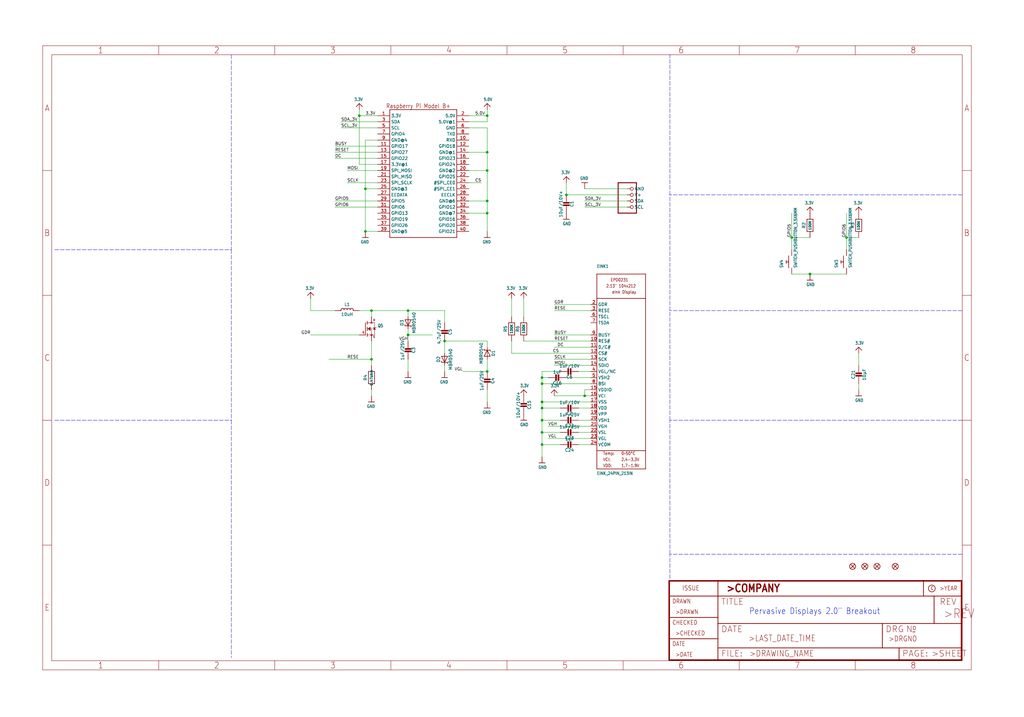
<source format=kicad_sch>
(kicad_sch (version 20211123) (generator eeschema)
  (paper "User" 427.076 299.161)
  (lib_symbols
    (symbol "eagleSchem-eagle-import:3.3V" (power)
      (property "Value" "3.3V" (at -1.524 1.016 0))
      (symbol "3.3V_1_0"
        (polyline (pts (xy -1.27 -1.27) (xy 0 0)) (stroke (width 0.254)))
        (polyline (pts (xy 0 0) (xy 1.27 -1.27)) (stroke (width 0.254)))
        (pin power_in line (at 0 -2.54 90) (length 2.54) (name "3.3V") (number "1"))
      )
    )
    (symbol "eagleSchem-eagle-import:5.0V" (power)
      (property "Value" "5.0V" (at -1.524 1.016 0))
      (symbol "5.0V_1_0"
        (polyline (pts (xy -1.27 -1.27) (xy 0 0)) (stroke (width 0.254)))
        (polyline (pts (xy 0 0) (xy 1.27 -1.27)) (stroke (width 0.254)))
        (pin power_in line (at 0 -2.54 90) (length 2.54) (name "5.0V") (number "1"))
      )
    )
    (symbol "eagleSchem-eagle-import:CAP_CERAMIC0805-NOOUTLINE"
      (property "Reference" "C" (at -2.29 1.25 90))
      (property "Value" "CAP_CERAMIC0805-NOOUTLINE" (at 2.3 1.25 90))
      (symbol "CAP_CERAMIC0805-NOOUTLINE_1_0"
        (rectangle (start -1.27 0.508) (end 1.27 1.016) (fill (type outline)))
        (rectangle (start -1.27 1.524) (end 1.27 2.032) (fill (type outline)))
        (polyline (pts (xy 0 0.762) (xy 0 0)) (stroke (width 0.1524)))
        (polyline (pts (xy 0 2.54) (xy 0 1.778)) (stroke (width 0.1524)))
        (pin passive line (at 0 5.08 270) (length 2.54) (name "1") (number "1"))
        (pin passive line (at 0 -2.54 90) (length 2.54) (name "2") (number "2"))
      )
    )
    (symbol "eagleSchem-eagle-import:DIODE-SCHOTTKYSOD-123"
      (property "Reference" "D" (at 0 2.54 0))
      (property "Value" "DIODE-SCHOTTKYSOD-123" (at 0 -2.5 0))
      (symbol "DIODE-SCHOTTKYSOD-123_1_0"
        (polyline (pts (xy -1.27 -1.27) (xy 1.27 0)) (stroke (width 0.254)))
        (polyline (pts (xy -1.27 1.27) (xy -1.27 -1.27)) (stroke (width 0.254)))
        (polyline (pts (xy 1.27 -1.27) (xy 1.778 -1.27)) (stroke (width 0.254)))
        (polyline (pts (xy 1.27 0) (xy -1.27 1.27)) (stroke (width 0.254)))
        (polyline (pts (xy 1.27 0) (xy 1.27 -1.27)) (stroke (width 0.254)))
        (polyline (pts (xy 1.27 1.27) (xy 0.762 1.27)) (stroke (width 0.254)))
        (polyline (pts (xy 1.27 1.27) (xy 1.27 0)) (stroke (width 0.254)))
        (pin passive line (at -2.54 0 0) (length 2.54) (name "A") (number "A"))
        (pin passive line (at 2.54 0 180) (length 2.54) (name "C") (number "C"))
      )
    )
    (symbol "eagleSchem-eagle-import:EINK_24PIN_213IN"
      (property "Reference" "EINK" (at -10.16 43.18 0))
      (property "Value" "EINK_24PIN_213IN" (at -10.16 -43.18 0))
      (symbol "EINK_24PIN_213IN_1_0"
        (polyline (pts (xy -10.16 -40.64) (xy 10.16 -40.64)) (stroke (width 0.254)))
        (polyline (pts (xy -10.16 -33.02) (xy -10.16 -40.64)) (stroke (width 0.254)))
        (polyline (pts (xy -10.16 -33.02) (xy -10.16 30.48)) (stroke (width 0.254)))
        (polyline (pts (xy -10.16 30.48) (xy 10.16 30.48)) (stroke (width 0.254)))
        (polyline (pts (xy -10.16 40.64) (xy -10.16 30.48)) (stroke (width 0.254)))
        (polyline (pts (xy -10.16 40.64) (xy 10.16 40.64)) (stroke (width 0.254)))
        (polyline (pts (xy 10.16 -40.64) (xy 10.16 -33.02)) (stroke (width 0.254)))
        (polyline (pts (xy 10.16 -33.02) (xy -10.16 -33.02)) (stroke (width 0.254)))
        (polyline (pts (xy 10.16 30.48) (xy 10.16 -33.02)) (stroke (width 0.254)))
        (polyline (pts (xy 10.16 40.64) (xy 10.16 30.48)) (stroke (width 0.254)))
        (text "0~50°C" (at 0 -34.925 0) (effects (font (size 1.27 1.0795)) (justify left bottom)))
        (text "1.7-1.9V" (at 0 -40.005 0) (effects (font (size 1.27 1.0795)) (justify left bottom)))
        (text "2.13\" 104x212" (at -6.35 34.925 0) (effects (font (size 1.27 1.0795)) (justify left bottom)))
        (text "2.4-3.3V" (at 0 -37.465 0) (effects (font (size 1.27 1.0795)) (justify left bottom)))
        (text "eInk Display" (at -3.81 32.385 0) (effects (font (size 1.27 1.0795)) (justify left bottom)))
        (text "EPD0231" (at -4.445 37.465 0) (effects (font (size 1.27 1.0795)) (justify left bottom)))
        (text "Temp:" (at -7.62 -34.925 0) (effects (font (size 1.27 1.0795)) (justify left bottom)))
        (text "VCI:" (at -7.62 -37.465 0) (effects (font (size 1.27 1.0795)) (justify left bottom)))
        (text "VDD:" (at -7.62 -40.005 0) (effects (font (size 1.27 1.0795)) (justify left bottom)))
        (pin input line (at -12.7 12.7 0) (length 2.54) (name "RES#") (number "10"))
        (pin input line (at -12.7 10.16 0) (length 2.54) (name "D/C#") (number "11"))
        (pin input line (at -12.7 7.62 0) (length 2.54) (name "CS#") (number "12"))
        (pin bidirectional line (at -12.7 5.08 0) (length 2.54) (name "SCK") (number "13"))
        (pin bidirectional line (at -12.7 2.54 0) (length 2.54) (name "SDIO") (number "14"))
        (pin power_in line (at -12.7 -7.62 0) (length 2.54) (name "VDDIO") (number "15"))
        (pin power_in line (at -12.7 -10.16 0) (length 2.54) (name "VCI") (number "16"))
        (pin power_in line (at -12.7 -12.7 0) (length 2.54) (name "VSS") (number "17"))
        (pin passive line (at -12.7 -15.24 0) (length 2.54) (name "VDD") (number "18"))
        (pin passive line (at -12.7 -17.78 0) (length 2.54) (name "VPP") (number "19"))
        (pin output line (at -12.7 27.94 0) (length 2.54) (name "GDR") (number "2"))
        (pin passive line (at -12.7 -20.32 0) (length 2.54) (name "VSH1") (number "20"))
        (pin passive line (at -12.7 -22.86 0) (length 2.54) (name "VGH") (number "21"))
        (pin passive line (at -12.7 -25.4 0) (length 2.54) (name "VSL") (number "22"))
        (pin passive line (at -12.7 -27.94 0) (length 2.54) (name "VGL") (number "23"))
        (pin passive line (at -12.7 -30.48 0) (length 2.54) (name "VCOM") (number "24"))
        (pin input line (at -12.7 25.4 0) (length 2.54) (name "RESE") (number "3"))
        (pin bidirectional line (at -12.7 0 0) (length 2.54) (name "VGL/NC") (number "4"))
        (pin passive line (at -12.7 -2.54 0) (length 2.54) (name "VSH2") (number "5"))
        (pin output line (at -12.7 22.86 0) (length 2.54) (name "TSCL") (number "6"))
        (pin bidirectional line (at -12.7 20.32 0) (length 2.54) (name "TSDA") (number "7"))
        (pin input line (at -12.7 -5.08 0) (length 2.54) (name "BSI") (number "8"))
        (pin output line (at -12.7 15.24 0) (length 2.54) (name "BUSY") (number "9"))
      )
    )
    (symbol "eagleSchem-eagle-import:FIDUCIAL_1MM"
      (symbol "FIDUCIAL_1MM_1_0"
        (polyline (pts (xy -0.762 0.762) (xy 0.762 -0.762)) (stroke (width 0.254)))
        (polyline (pts (xy 0.762 0.762) (xy -0.762 -0.762)) (stroke (width 0.254)))
        (circle (center 0 0) (radius 1.27) (stroke (width 0.254)))
      )
    )
    (symbol "eagleSchem-eagle-import:FRAME_A3"
      (symbol "FRAME_A3_1_0"
        (polyline (pts (xy 0 52.07) (xy 3.81 52.07)))
        (polyline (pts (xy 0 104.14) (xy 3.81 104.14)))
        (polyline (pts (xy 0 156.21) (xy 3.81 156.21)))
        (polyline (pts (xy 0 208.28) (xy 3.81 208.28)))
        (polyline (pts (xy 3.81 3.81) (xy 3.81 256.54)))
        (polyline (pts (xy 48.4188 0) (xy 48.4188 3.81)))
        (polyline (pts (xy 48.4188 256.54) (xy 48.4188 260.35)))
        (polyline (pts (xy 96.8375 0) (xy 96.8375 3.81)))
        (polyline (pts (xy 96.8375 256.54) (xy 96.8375 260.35)))
        (polyline (pts (xy 145.2563 0) (xy 145.2563 3.81)))
        (polyline (pts (xy 145.2563 256.54) (xy 145.2563 260.35)))
        (polyline (pts (xy 193.675 0) (xy 193.675 3.81)))
        (polyline (pts (xy 193.675 256.54) (xy 193.675 260.35)))
        (polyline (pts (xy 242.0938 0) (xy 242.0938 3.81)))
        (polyline (pts (xy 242.0938 256.54) (xy 242.0938 260.35)))
        (polyline (pts (xy 288.29 3.81) (xy 383.54 3.81)) (stroke (width 0.1016)))
        (polyline (pts (xy 290.5125 0) (xy 290.5125 3.81)))
        (polyline (pts (xy 290.5125 256.54) (xy 290.5125 260.35)))
        (polyline (pts (xy 338.9313 0) (xy 338.9313 3.81)))
        (polyline (pts (xy 338.9313 256.54) (xy 338.9313 260.35)))
        (polyline (pts (xy 383.54 3.81) (xy 3.81 3.81)))
        (polyline (pts (xy 383.54 3.81) (xy 383.54 8.89)) (stroke (width 0.1016)))
        (polyline (pts (xy 383.54 3.81) (xy 383.54 256.54)))
        (polyline (pts (xy 383.54 8.89) (xy 383.54 13.97)) (stroke (width 0.1016)))
        (polyline (pts (xy 383.54 13.97) (xy 383.54 19.05)) (stroke (width 0.1016)))
        (polyline (pts (xy 383.54 19.05) (xy 383.54 24.13)) (stroke (width 0.1016)))
        (polyline (pts (xy 383.54 19.05) (xy 383.54 36.83)) (stroke (width 0.1016)))
        (polyline (pts (xy 383.54 52.07) (xy 387.35 52.07)))
        (polyline (pts (xy 383.54 104.14) (xy 387.35 104.14)))
        (polyline (pts (xy 383.54 156.21) (xy 387.35 156.21)))
        (polyline (pts (xy 383.54 208.28) (xy 387.35 208.28)))
        (polyline (pts (xy 383.54 256.54) (xy 3.81 256.54)))
        (polyline (pts (xy 0 0) (xy 387.35 0) (xy 387.35 260.35) (xy 0 260.35) (xy 0 0)))
        (text "1" (at 24.2094 1.905 0) (effects (font (size 2.54 2.286))))
        (text "1" (at 24.2094 258.445 0) (effects (font (size 2.54 2.286))))
        (text "2" (at 72.6281 1.905 0) (effects (font (size 2.54 2.286))))
        (text "2" (at 72.6281 258.445 0) (effects (font (size 2.54 2.286))))
        (text "3" (at 121.0469 1.905 0) (effects (font (size 2.54 2.286))))
        (text "3" (at 121.0469 258.445 0) (effects (font (size 2.54 2.286))))
        (text "4" (at 169.4656 1.905 0) (effects (font (size 2.54 2.286))))
        (text "4" (at 169.4656 258.445 0) (effects (font (size 2.54 2.286))))
        (text "5" (at 217.8844 1.905 0) (effects (font (size 2.54 2.286))))
        (text "5" (at 217.8844 258.445 0) (effects (font (size 2.54 2.286))))
        (text "6" (at 266.3031 1.905 0) (effects (font (size 2.54 2.286))))
        (text "6" (at 266.3031 258.445 0) (effects (font (size 2.54 2.286))))
        (text "7" (at 314.7219 1.905 0) (effects (font (size 2.54 2.286))))
        (text "7" (at 314.7219 258.445 0) (effects (font (size 2.54 2.286))))
        (text "8" (at 363.1406 1.905 0) (effects (font (size 2.54 2.286))))
        (text "8" (at 363.1406 258.445 0) (effects (font (size 2.54 2.286))))
        (text "A" (at 1.905 234.315 0) (effects (font (size 2.54 2.286))))
        (text "A" (at 385.445 234.315 0) (effects (font (size 2.54 2.286))))
        (text "B" (at 1.905 182.245 0) (effects (font (size 2.54 2.286))))
        (text "B" (at 385.445 182.245 0) (effects (font (size 2.54 2.286))))
        (text "C" (at 1.905 130.175 0) (effects (font (size 2.54 2.286))))
        (text "C" (at 385.445 130.175 0) (effects (font (size 2.54 2.286))))
        (text "D" (at 1.905 78.105 0) (effects (font (size 2.54 2.286))))
        (text "D" (at 385.445 78.105 0) (effects (font (size 2.54 2.286))))
        (text "E" (at 1.905 26.035 0) (effects (font (size 2.54 2.286))))
        (text "E" (at 385.445 26.035 0) (effects (font (size 2.54 2.286))))
      )
      (symbol "FRAME_A3_2_0"
        (polyline (pts (xy 1.27 -6.35) (xy 1.27 0)) (stroke (width 0.1016)))
        (polyline (pts (xy 1.27 0) (xy 82.55 0)) (stroke (width 0.1016)))
        (polyline (pts (xy 82.55 -6.35) (xy 1.27 -6.35)) (stroke (width 0.1016)))
        (polyline (pts (xy 82.55 0) (xy 82.55 -6.35)) (stroke (width 0.1016)))
        (text "PART OR WHOLE IS STRICTLY PROHIBITED WITHOUT WRITTEN PERMISSION!" (at 3.81 -5.08 0) (effects (font (size 1.27 1.0795)) (justify left bottom)))
        (text "PROPRIETARY" (at 3.81 -10.16 0) (effects (font (size 2.54 2.159) (thickness 0.4318) bold) (justify left bottom)))
        (text "THIS DRAWING CONTAINS CONFIDENTIAL INFORMATION. ANY REPRODUCTION IN" (at 3.81 -2.794 0) (effects (font (size 1.27 1.0795)) (justify left bottom)))
      )
      (symbol "FRAME_A3_3_0"
        (polyline (pts (xy -0.3048 1.5748) (xy 20.0152 1.5748)) (stroke (width 0.6096)))
        (polyline (pts (xy -0.3048 10.4648) (xy -0.3048 1.5748)) (stroke (width 0.6096)))
        (polyline (pts (xy -0.3048 10.4648) (xy 20.0152 10.4648)) (stroke (width 0.3048)))
        (polyline (pts (xy -0.3048 19.3548) (xy -0.3048 10.4648)) (stroke (width 0.6096)))
        (polyline (pts (xy -0.3048 19.3548) (xy 20.0152 19.3548)) (stroke (width 0.3048)))
        (polyline (pts (xy -0.3048 28.2448) (xy -0.3048 19.3548)) (stroke (width 0.6096)))
        (polyline (pts (xy -0.3048 28.2448) (xy 20.0152 28.2448)) (stroke (width 0.3048)))
        (polyline (pts (xy -0.3048 34.5948) (xy -0.3048 28.2448)) (stroke (width 0.6096)))
        (polyline (pts (xy 20.0152 1.5748) (xy 20.0152 6.6548)) (stroke (width 0.3048)))
        (polyline (pts (xy 20.0152 1.5748) (xy 95.5802 1.5748)) (stroke (width 0.6096)))
        (polyline (pts (xy 20.0152 6.6548) (xy 20.0152 10.4648)) (stroke (width 0.3048)))
        (polyline (pts (xy 20.0152 6.6548) (xy 88.5952 6.6548)) (stroke (width 0.3048)))
        (polyline (pts (xy 20.0152 10.4648) (xy 20.0152 16.8148)) (stroke (width 0.3048)))
        (polyline (pts (xy 20.0152 16.8148) (xy 20.0152 19.3548)) (stroke (width 0.3048)))
        (polyline (pts (xy 20.0152 19.3548) (xy 20.0152 28.2448)) (stroke (width 0.3048)))
        (polyline (pts (xy 20.0152 28.2448) (xy 20.0152 34.5948)) (stroke (width 0.3048)))
        (polyline (pts (xy 20.0152 28.2448) (xy 105.7402 28.2448)) (stroke (width 0.3048)))
        (polyline (pts (xy 20.0152 34.5948) (xy -0.3048 34.5948)) (stroke (width 0.6096)))
        (polyline (pts (xy 88.5952 6.6548) (xy 95.5802 6.6548)) (stroke (width 0.3048)))
        (polyline (pts (xy 88.5952 16.8148) (xy 20.0152 16.8148)) (stroke (width 0.3048)))
        (polyline (pts (xy 88.5952 16.8148) (xy 88.5952 6.6548)) (stroke (width 0.3048)))
        (polyline (pts (xy 95.5802 1.5748) (xy 121.6152 1.5748)) (stroke (width 0.6096)))
        (polyline (pts (xy 95.5802 6.6548) (xy 95.5802 1.5748)) (stroke (width 0.3048)))
        (polyline (pts (xy 95.5802 6.6548) (xy 121.6152 6.6548)) (stroke (width 0.3048)))
        (polyline (pts (xy 101.2952 13.3223) (xy 102.2477 13.3223)) (stroke (width 0.254)))
        (polyline (pts (xy 105.7402 28.2448) (xy 105.7402 34.5948)) (stroke (width 0.3048)))
        (polyline (pts (xy 105.7402 28.2448) (xy 110.1852 28.2448)) (stroke (width 0.3048)))
        (polyline (pts (xy 105.7402 34.5948) (xy 20.0152 34.5948)) (stroke (width 0.6096)))
        (polyline (pts (xy 110.1852 16.8148) (xy 88.5952 16.8148)) (stroke (width 0.3048)))
        (polyline (pts (xy 110.1852 28.2448) (xy 110.1852 16.8148)) (stroke (width 0.3048)))
        (polyline (pts (xy 110.1852 28.2448) (xy 121.6152 28.2448)) (stroke (width 0.3048)))
        (polyline (pts (xy 121.6152 6.6548) (xy 121.6152 1.5748)) (stroke (width 0.6096)))
        (polyline (pts (xy 121.6152 16.8148) (xy 110.1852 16.8148)) (stroke (width 0.3048)))
        (polyline (pts (xy 121.6152 16.8148) (xy 121.6152 6.6548)) (stroke (width 0.6096)))
        (polyline (pts (xy 121.6152 28.2448) (xy 121.6152 16.8148)) (stroke (width 0.6096)))
        (polyline (pts (xy 121.6152 34.5948) (xy 105.7402 34.5948)) (stroke (width 0.6096)))
        (polyline (pts (xy 121.6152 34.5948) (xy 121.6152 28.2448)) (stroke (width 0.6096)))
        (circle (center 109.2327 31.4198) (radius 1.4199) (stroke (width 0.254)))
        (text ">CHECKED" (at 2.2352 11.7348 0) (effects (font (size 1.778 1.5113)) (justify left bottom)))
        (text ">COMPANY" (at 23.349 29.6735 0) (effects (font (size 3.175 2.6987) (thickness 0.5397) bold) (justify left bottom)))
        (text ">DATE" (at 2.2352 2.8448 0) (effects (font (size 1.778 1.5113)) (justify left bottom)))
        (text ">DRAWING_NAME" (at 33.0327 2.8448 0) (effects (font (size 2.54 2.159)) (justify left bottom)))
        (text ">DRAWN" (at 2.2352 20.6248 0) (effects (font (size 1.778 1.5113)) (justify left bottom)))
        (text ">DRGNO" (at 91.1352 9.1948 0) (effects (font (size 2.1844 1.8567)) (justify left bottom)))
        (text ">LAST_DATE_TIME" (at 32.7152 9.1948 0) (effects (font (size 2.54 2.159)) (justify left bottom)))
        (text ">REV" (at 113.9952 18.7198 0) (effects (font (size 3.81 3.2385)) (justify left bottom)))
        (text ">SHEET" (at 108.9152 2.8448 0) (effects (font (size 2.54 2.54)) (justify left bottom)))
        (text ">YEAR" (at 112.4077 30.4673 0) (effects (font (size 1.778 1.5113)) (justify left bottom)))
        (text "C" (at 108.7564 30.7848 0) (effects (font (size 1.27 1.0795)) (justify left bottom)))
        (text "CHECKED" (at 0.9652 16.1798 0) (effects (font (size 1.778 1.5113)) (justify left bottom)))
        (text "DATE" (at 0.9652 7.2898 0) (effects (font (size 1.778 1.5113)) (justify left bottom)))
        (text "DATE" (at 21.2852 13.0048 0) (effects (font (size 2.54 2.54)) (justify left bottom)))
        (text "DRAWN" (at 0.9652 25.0698 0) (effects (font (size 1.778 1.5113)) (justify left bottom)))
        (text "DRG" (at 89.8652 13.0048 0) (effects (font (size 2.54 2.54)) (justify left bottom)))
        (text "FILE:" (at 21.2852 2.8448 0) (effects (font (size 2.54 2.54)) (justify left bottom)))
        (text "ISSUE" (at 5.0927 30.4673 0) (effects (font (size 1.9304 1.6408)) (justify left bottom)))
        (text "N" (at 98.4377 13.0048 0) (effects (font (size 2.54 2.54)) (justify left bottom)))
        (text "o" (at 100.9777 13.9573 0) (effects (font (size 2.1844 1.8567)) (justify left bottom)))
        (text "PAGE:" (at 96.8502 2.8448 0) (effects (font (size 2.54 2.54)) (justify left bottom)))
        (text "REV" (at 112.4077 24.4348 0) (effects (font (size 2.54 2.54)) (justify left bottom)))
        (text "TITLE" (at 21.2852 24.4348 0) (effects (font (size 2.54 2.54)) (justify left bottom)))
      )
    )
    (symbol "eagleSchem-eagle-import:GND" (power)
      (property "Value" "GND" (at -1.524 -2.54 0))
      (symbol "GND_1_0"
        (polyline (pts (xy -1.27 0) (xy 1.27 0)) (stroke (width 0.254)))
        (pin power_in line (at 0 2.54 270) (length 2.54) (name "GND") (number "1"))
      )
    )
    (symbol "eagleSchem-eagle-import:INDUCTORNR401"
      (property "Reference" "L" (at 0 2.54 0))
      (property "Value" "INDUCTORNR401" (at 0 -1.54 0))
      (symbol "INDUCTORNR401_1_0"
        (arc (start -1.27 0.3175) (mid -1.905 0.9524) (end -2.54 0.3175) (stroke (width 0.254)))
        (polyline (pts (xy -2.54 0.3175) (xy -2.54 0)) (stroke (width 0.254)))
        (polyline (pts (xy 2.54 0.3175) (xy 2.54 0)) (stroke (width 0.254)))
        (arc (start 0 0.3175) (mid -0.635 0.9524) (end -1.27 0.3175) (stroke (width 0.254)))
        (arc (start 1.27 0.3175) (mid 0.635 0.9524) (end 0 0.3175) (stroke (width 0.254)))
        (arc (start 2.54 0.3175) (mid 1.905 0.9524) (end 1.27 0.3175) (stroke (width 0.254)))
        (pin passive line (at -5.08 0 0) (length 2.54) (name "1") (number "P$1"))
        (pin passive line (at 5.08 0 180) (length 2.54) (name "2") (number "P$2"))
      )
    )
    (symbol "eagleSchem-eagle-import:IRLML2060TRPBF"
      (property "Reference" "Q" (at 5.08 0.635 0))
      (property "Value" "IRLML2060TRPBF" (at 5.08 -1.27 0))
      (symbol "IRLML2060TRPBF_1_0"
        (polyline (pts (xy 0 2.54) (xy 0 -2.54)) (stroke (width 0.254)))
        (polyline (pts (xy 0.762 -2.54) (xy 0.762 -3.175)) (stroke (width 0.254)))
        (polyline (pts (xy 0.762 -1.905) (xy 0.762 -2.54)) (stroke (width 0.254)))
        (polyline (pts (xy 0.762 0) (xy 0.762 -0.762)) (stroke (width 0.254)))
        (polyline (pts (xy 0.762 0) (xy 2.54 0)) (stroke (width 0.1524)))
        (polyline (pts (xy 0.762 0.762) (xy 0.762 0)) (stroke (width 0.254)))
        (polyline (pts (xy 0.762 2.54) (xy 0.762 1.905)) (stroke (width 0.254)))
        (polyline (pts (xy 0.762 2.54) (xy 3.81 2.54)) (stroke (width 0.1524)))
        (polyline (pts (xy 0.762 3.175) (xy 0.762 2.54)) (stroke (width 0.254)))
        (polyline (pts (xy 2.54 -2.54) (xy 0.762 -2.54)) (stroke (width 0.1524)))
        (polyline (pts (xy 2.54 -2.54) (xy 3.81 -2.54)) (stroke (width 0.1524)))
        (polyline (pts (xy 2.54 0) (xy 2.54 -2.54)) (stroke (width 0.1524)))
        (polyline (pts (xy 3.302 0.508) (xy 3.048 0.254)) (stroke (width 0.1524)))
        (polyline (pts (xy 3.81 0.508) (xy 3.302 0.508)) (stroke (width 0.1524)))
        (polyline (pts (xy 3.81 0.508) (xy 3.81 -2.54)) (stroke (width 0.1524)))
        (polyline (pts (xy 3.81 2.54) (xy 3.81 0.508)) (stroke (width 0.1524)))
        (polyline (pts (xy 4.318 0.508) (xy 3.81 0.508)) (stroke (width 0.1524)))
        (polyline (pts (xy 4.572 0.762) (xy 4.318 0.508)) (stroke (width 0.1524)))
        (polyline (pts (xy 1.016 0) (xy 2.032 0.762) (xy 2.032 -0.762)) (fill (type outline)))
        (polyline (pts (xy 3.81 0.508) (xy 3.302 -0.254) (xy 4.318 -0.254)) (fill (type outline)))
        (circle (center 2.54 -2.54) (radius 0.3592))
        (circle (center 2.54 2.54) (radius 0.3592))
        (text "D" (at 3.175 3.175 0) (effects (font (size 0.8128 0.6908)) (justify left bottom)))
        (text "G" (at -1.27 -1.905 0) (effects (font (size 0.8128 0.6908)) (justify left bottom)))
        (text "S" (at 3.175 -3.81 0) (effects (font (size 0.8128 0.6908)) (justify left bottom)))
        (pin bidirectional line (at -2.54 -2.54 0) (length 2.54) (name "G") (number "1"))
        (pin bidirectional line (at 2.54 -5.08 90) (length 2.54) (name "S") (number "2"))
        (pin bidirectional line (at 2.54 5.08 270) (length 2.54) (name "D") (number "3"))
      )
    )
    (symbol "eagleSchem-eagle-import:RASPBERRYPI_BPLUS_SMT_NODIM"
      (symbol "RASPBERRYPI_BPLUS_SMT_NODIM_1_0"
        (polyline (pts (xy -12.7 -30.48) (xy -12.7 22.86)) (stroke (width 0.254)))
        (polyline (pts (xy -12.7 22.86) (xy 15.24 22.86)) (stroke (width 0.254)))
        (polyline (pts (xy 15.24 -30.48) (xy -12.7 -30.48)) (stroke (width 0.254)))
        (polyline (pts (xy 15.24 22.86) (xy 15.24 -30.48)) (stroke (width 0.254)))
        (text "Raspberry Pi Model B+" (at 12.7 25.4 0) (effects (font (size 1.778 1.5113)) (justify right top)))
        (pin power_in line (at -17.78 20.32 0) (length 5.08) (name "3.3V") (number "1"))
        (pin bidirectional line (at 20.32 10.16 180) (length 5.08) (name "RXD") (number "10"))
        (pin bidirectional line (at -17.78 7.62 0) (length 5.08) (name "GPIO17") (number "11"))
        (pin bidirectional line (at 20.32 7.62 180) (length 5.08) (name "GPIO18") (number "12"))
        (pin bidirectional line (at -17.78 5.08 0) (length 5.08) (name "GPIO27") (number "13"))
        (pin power_in line (at 20.32 5.08 180) (length 5.08) (name "GND@1") (number "14"))
        (pin bidirectional line (at -17.78 2.54 0) (length 5.08) (name "GPIO22") (number "15"))
        (pin bidirectional line (at 20.32 2.54 180) (length 5.08) (name "GPIO23") (number "16"))
        (pin power_in line (at -17.78 0 0) (length 5.08) (name "3.3V@1") (number "17"))
        (pin bidirectional line (at 20.32 0 180) (length 5.08) (name "GPIO24") (number "18"))
        (pin bidirectional line (at -17.78 -2.54 0) (length 5.08) (name "SPI_MOSI") (number "19"))
        (pin power_in line (at 20.32 20.32 180) (length 5.08) (name "5.0V") (number "2"))
        (pin power_in line (at 20.32 -2.54 180) (length 5.08) (name "GND@2") (number "20"))
        (pin bidirectional line (at -17.78 -5.08 0) (length 5.08) (name "SPI_MISO") (number "21"))
        (pin bidirectional line (at 20.32 -5.08 180) (length 5.08) (name "GPIO25") (number "22"))
        (pin bidirectional line (at -17.78 -7.62 0) (length 5.08) (name "SPI_SCLK") (number "23"))
        (pin bidirectional line (at 20.32 -7.62 180) (length 5.08) (name "#SPI_CE0") (number "24"))
        (pin power_in line (at -17.78 -10.16 0) (length 5.08) (name "GND@3") (number "25"))
        (pin bidirectional line (at 20.32 -10.16 180) (length 5.08) (name "#SPI_CE1") (number "26"))
        (pin bidirectional line (at -17.78 -12.7 0) (length 5.08) (name "EEDATA") (number "27"))
        (pin bidirectional line (at 20.32 -12.7 180) (length 5.08) (name "EECLK") (number "28"))
        (pin bidirectional line (at -17.78 -15.24 0) (length 5.08) (name "GPIO5") (number "29"))
        (pin bidirectional line (at -17.78 17.78 0) (length 5.08) (name "SDA") (number "3"))
        (pin power_in line (at 20.32 -15.24 180) (length 5.08) (name "GND@6") (number "30"))
        (pin bidirectional line (at -17.78 -17.78 0) (length 5.08) (name "GPIO6") (number "31"))
        (pin bidirectional line (at 20.32 -17.78 180) (length 5.08) (name "GPIO12") (number "32"))
        (pin bidirectional line (at -17.78 -20.32 0) (length 5.08) (name "GPIO13") (number "33"))
        (pin power_in line (at 20.32 -20.32 180) (length 5.08) (name "GND@7") (number "34"))
        (pin bidirectional line (at -17.78 -22.86 0) (length 5.08) (name "GPIO19") (number "35"))
        (pin bidirectional line (at 20.32 -22.86 180) (length 5.08) (name "GPIO16") (number "36"))
        (pin bidirectional line (at -17.78 -25.4 0) (length 5.08) (name "GPIO26") (number "37"))
        (pin bidirectional line (at 20.32 -25.4 180) (length 5.08) (name "GPIO20") (number "38"))
        (pin power_in line (at -17.78 -27.94 0) (length 5.08) (name "GND@5") (number "39"))
        (pin power_in line (at 20.32 17.78 180) (length 5.08) (name "5.0V@1") (number "4"))
        (pin bidirectional line (at 20.32 -27.94 180) (length 5.08) (name "GPIO21") (number "40"))
        (pin bidirectional line (at -17.78 15.24 0) (length 5.08) (name "SCL") (number "5"))
        (pin power_in line (at 20.32 15.24 180) (length 5.08) (name "GND") (number "6"))
        (pin bidirectional line (at -17.78 12.7 0) (length 5.08) (name "GPIO4") (number "7"))
        (pin bidirectional line (at 20.32 12.7 180) (length 5.08) (name "TXD") (number "8"))
        (pin power_in line (at -17.78 10.16 0) (length 5.08) (name "GND@4") (number "9"))
      )
    )
    (symbol "eagleSchem-eagle-import:RESISTOR0805_10MGAP"
      (property "Reference" "R" (at 0 2.54 0))
      (property "Value" "RESISTOR0805_10MGAP" (at 0 0 0))
      (symbol "RESISTOR0805_10MGAP_1_0"
        (polyline (pts (xy -2.54 -1.27) (xy -2.54 1.27)) (stroke (width 0.254)))
        (polyline (pts (xy -2.54 1.27) (xy 2.54 1.27)) (stroke (width 0.254)))
        (polyline (pts (xy 2.54 -1.27) (xy -2.54 -1.27)) (stroke (width 0.254)))
        (polyline (pts (xy 2.54 1.27) (xy 2.54 -1.27)) (stroke (width 0.254)))
        (pin passive line (at -5.08 0 0) (length 2.54) (name "1") (number "1"))
        (pin passive line (at 5.08 0 180) (length 2.54) (name "2") (number "2"))
      )
    )
    (symbol "eagleSchem-eagle-import:RESISTOR_0603_NOOUT"
      (property "Reference" "R" (at 0 2.54 0))
      (property "Value" "RESISTOR_0603_NOOUT" (at 0 0 0))
      (symbol "RESISTOR_0603_NOOUT_1_0"
        (polyline (pts (xy -2.54 -1.27) (xy -2.54 1.27)) (stroke (width 0.254)))
        (polyline (pts (xy -2.54 1.27) (xy 2.54 1.27)) (stroke (width 0.254)))
        (polyline (pts (xy 2.54 -1.27) (xy -2.54 -1.27)) (stroke (width 0.254)))
        (polyline (pts (xy 2.54 1.27) (xy 2.54 -1.27)) (stroke (width 0.254)))
        (pin passive line (at -5.08 0 0) (length 2.54) (name "1") (number "1"))
        (pin passive line (at 5.08 0 180) (length 2.54) (name "2") (number "2"))
      )
    )
    (symbol "eagleSchem-eagle-import:STEMMA_I2C_QT"
      (symbol "STEMMA_I2C_QT_1_0"
        (polyline (pts (xy -3.81 -5.08) (xy 3.81 -5.08)) (stroke (width 0.4064)))
        (polyline (pts (xy -3.81 7.62) (xy -3.81 -5.08)) (stroke (width 0.4064)))
        (polyline (pts (xy 3.81 -5.08) (xy 3.81 7.62)) (stroke (width 0.4064)))
        (polyline (pts (xy 3.81 7.62) (xy -3.81 7.62)) (stroke (width 0.4064)))
        (pin passive inverted (at 0 5.08 0) (length 2.54) (name "GND") (number "1"))
        (pin passive inverted (at 0 2.54 0) (length 2.54) (name "V+") (number "2"))
        (pin passive inverted (at 0 0 0) (length 2.54) (name "SDA") (number "3"))
        (pin passive inverted (at 0 -2.54 0) (length 2.54) (name "SCL") (number "4"))
      )
      (symbol "STEMMA_I2C_QT_2_0"
        (pin bidirectional line (at 0 0 0) (length 5.08) (name "MT") (number "MT1"))
      )
      (symbol "STEMMA_I2C_QT_3_0"
        (pin bidirectional line (at 0 0 0) (length 5.08) (name "MT") (number "MT2"))
      )
    )
    (symbol "eagleSchem-eagle-import:SWITCH_PUSHBUTTON_3.5X6MM"
      (property "Reference" "SW" (at -2.54 3.556 0))
      (property "Value" "SWITCH_PUSHBUTTON_3.5X6MM" (at -2.54 -2.286 0))
      (symbol "SWITCH_PUSHBUTTON_3.5X6MM_1_0"
        (polyline (pts (xy -2.54 1.27) (xy 0 1.27)) (stroke (width 0.254)))
        (polyline (pts (xy -0.635 2.286) (xy 0 2.286)) (stroke (width 0.254)))
        (polyline (pts (xy 0 1.27) (xy 0 2.286)) (stroke (width 0.254)))
        (polyline (pts (xy 0 1.27) (xy 2.54 1.27)) (stroke (width 0.254)))
        (polyline (pts (xy 0 2.286) (xy 0.635 2.286)) (stroke (width 0.254)))
        (pin passive line (at -5.08 0 0) (length 2.54) (name "P$1") (number "P$1"))
        (pin passive line (at 5.08 0 180) (length 2.54) (name "P$2") (number "P$2"))
      )
    )
  )
  (junction (at 226.06 157.48))
  (junction (at 330.2 99.06))
  (junction (at 149.86 48.26))
  (junction (at 203.2 71.12))
  (junction (at 203.2 154.94))
  (junction (at 170.18 139.7))
  (junction (at 226.06 170.18))
  (junction (at 226.06 175.26))
  (junction (at 185.42 142.24))
  (junction (at 154.94 149.86))
  (junction (at 203.2 48.26))
  (junction (at 203.2 63.5))
  (junction (at 353.06 99.06))
  (junction (at 170.18 129.54))
  (junction (at 236.22 81.28))
  (junction (at 226.06 160.02))
  (junction (at 243.84 165.1))
  (junction (at 226.06 180.34))
  (junction (at 203.2 88.9))
  (junction (at 152.4 78.74))
  (junction (at 152.4 96.52))
  (junction (at 226.06 185.42))
  (junction (at 337.82 114.3))
  (junction (at 226.06 167.64))
  (junction (at 154.94 129.54))
  (junction (at 203.2 83.82))
  (wire (pts (xy 213.36 132.08) (xy 213.36 124.46)))
  (wire (pts (xy 170.18 137.16) (xy 170.18 139.7)))
  (wire (pts (xy 203.2 154.94) (xy 203.2 149.86)))
  (wire (pts (xy 241.3 185.42) (xy 246.38 185.42)))
  (wire (pts (xy 157.48 71.12) (xy 144.78 71.12)))
  (wire (pts (xy 139.7 63.5) (xy 157.48 63.5)))
  (wire (pts (xy 330.2 104.14) (xy 330.2 99.06)))
  (wire (pts (xy 246.38 147.32) (xy 213.36 147.32)))
  (wire (pts (xy 154.94 165.1) (xy 154.94 162.56)))
  (wire (pts (xy 353.06 88.9) (xy 353.06 99.06)))
  (wire (pts (xy 241.3 175.26) (xy 246.38 175.26)))
  (wire (pts (xy 358.14 160.02) (xy 358.14 162.56)))
  (wire (pts (xy 149.86 68.58) (xy 149.86 48.26)))
  (wire (pts (xy 170.18 129.54) (xy 185.42 129.54)))
  (wire (pts (xy 261.62 83.82) (xy 243.84 83.82)))
  (wire (pts (xy 170.18 129.54) (xy 170.18 132.08)))
  (wire (pts (xy 185.42 152.4) (xy 185.42 154.94)))
  (wire (pts (xy 170.18 149.86) (xy 170.18 154.94)))
  (wire (pts (xy 246.38 167.64) (xy 226.06 167.64)))
  (wire (pts (xy 218.44 132.08) (xy 218.44 124.46)))
  (wire (pts (xy 193.04 154.94) (xy 203.2 154.94)))
  (wire (pts (xy 129.54 129.54) (xy 139.7 129.54)))
  (wire (pts (xy 226.06 180.34) (xy 226.06 175.26)))
  (wire (pts (xy 203.2 88.9) (xy 203.2 96.52)))
  (wire (pts (xy 203.2 71.12) (xy 203.2 83.82)))
  (wire (pts (xy 195.58 63.5) (xy 203.2 63.5)))
  (wire (pts (xy 231.14 149.86) (xy 246.38 149.86)))
  (polyline (pts (xy 401.32 175.26) (xy 279.4 175.26)))
  (wire (pts (xy 195.58 83.82) (xy 203.2 83.82)))
  (wire (pts (xy 337.82 114.3) (xy 353.06 114.3)))
  (wire (pts (xy 149.86 48.26) (xy 149.86 45.72)))
  (wire (pts (xy 152.4 96.52) (xy 152.4 78.74)))
  (wire (pts (xy 203.2 53.34) (xy 203.2 63.5)))
  (wire (pts (xy 203.2 142.24) (xy 185.42 142.24)))
  (wire (pts (xy 170.18 142.24) (xy 170.18 139.7)))
  (wire (pts (xy 246.38 160.02) (xy 226.06 160.02)))
  (wire (pts (xy 330.2 99.06) (xy 337.82 99.06)))
  (wire (pts (xy 203.2 63.5) (xy 203.2 71.12)))
  (wire (pts (xy 226.06 167.64) (xy 226.06 160.02)))
  (polyline (pts (xy 279.4 241.3) (xy 279.4 231.14)))
  (polyline (pts (xy 22.86 175.26) (xy 96.52 175.26)))
  (wire (pts (xy 154.94 149.86) (xy 137.16 149.86)))
  (wire (pts (xy 195.58 53.34) (xy 203.2 53.34)))
  (wire (pts (xy 129.54 139.7) (xy 149.86 139.7)))
  (wire (pts (xy 233.68 170.18) (xy 226.06 170.18)))
  (wire (pts (xy 203.2 45.72) (xy 203.2 48.26)))
  (wire (pts (xy 353.06 99.06) (xy 358.14 99.06)))
  (wire (pts (xy 129.54 124.46) (xy 129.54 129.54)))
  (wire (pts (xy 154.94 129.54) (xy 149.86 129.54)))
  (wire (pts (xy 157.48 83.82) (xy 139.7 83.82)))
  (wire (pts (xy 157.48 68.58) (xy 149.86 68.58)))
  (wire (pts (xy 233.68 175.26) (xy 226.06 175.26)))
  (polyline (pts (xy 401.32 129.54) (xy 279.4 129.54)))
  (polyline (pts (xy 401.32 231.14) (xy 279.4 231.14)))
  (wire (pts (xy 152.4 58.42) (xy 152.4 78.74)))
  (wire (pts (xy 195.58 71.12) (xy 203.2 71.12)))
  (wire (pts (xy 246.38 182.88) (xy 228.6 182.88)))
  (wire (pts (xy 246.38 127) (xy 231.14 127)))
  (wire (pts (xy 203.2 167.64) (xy 203.2 162.56)))
  (wire (pts (xy 195.58 76.2) (xy 200.66 76.2)))
  (wire (pts (xy 353.06 99.06) (xy 353.06 104.14)))
  (wire (pts (xy 243.84 165.1) (xy 231.14 165.1)))
  (polyline (pts (xy 22.86 104.14) (xy 96.52 104.14)))
  (wire (pts (xy 233.68 185.42) (xy 226.06 185.42)))
  (wire (pts (xy 246.38 162.56) (xy 243.84 162.56)))
  (wire (pts (xy 203.2 48.26) (xy 203.2 50.8)))
  (wire (pts (xy 195.58 50.8) (xy 203.2 50.8)))
  (wire (pts (xy 157.48 60.96) (xy 139.7 60.96)))
  (wire (pts (xy 226.06 185.42) (xy 226.06 180.34)))
  (wire (pts (xy 152.4 78.74) (xy 157.48 78.74)))
  (wire (pts (xy 226.06 175.26) (xy 226.06 170.18)))
  (wire (pts (xy 154.94 129.54) (xy 170.18 129.54)))
  (wire (pts (xy 157.48 50.8) (xy 142.24 50.8)))
  (wire (pts (xy 154.94 142.24) (xy 154.94 149.86)))
  (wire (pts (xy 185.42 147.32) (xy 185.42 142.24)))
  (wire (pts (xy 157.48 48.26) (xy 149.86 48.26)))
  (wire (pts (xy 195.58 48.26) (xy 203.2 48.26)))
  (wire (pts (xy 154.94 152.4) (xy 154.94 149.86)))
  (wire (pts (xy 226.06 154.94) (xy 226.06 157.48)))
  (wire (pts (xy 246.38 170.18) (xy 241.3 170.18)))
  (wire (pts (xy 233.68 180.34) (xy 226.06 180.34)))
  (wire (pts (xy 236.22 81.28) (xy 236.22 76.2)))
  (wire (pts (xy 226.06 170.18) (xy 226.06 167.64)))
  (wire (pts (xy 330.2 99.06) (xy 330.2 88.9)))
  (wire (pts (xy 139.7 86.36) (xy 157.48 86.36)))
  (wire (pts (xy 226.06 190.5) (xy 226.06 185.42)))
  (wire (pts (xy 157.48 76.2) (xy 144.78 76.2)))
  (wire (pts (xy 231.14 129.54) (xy 246.38 129.54)))
  (wire (pts (xy 226.06 157.48) (xy 228.6 157.48)))
  (polyline (pts (xy 279.4 81.28) (xy 279.4 22.86)))
  (wire (pts (xy 195.58 88.9) (xy 203.2 88.9)))
  (wire (pts (xy 213.36 147.32) (xy 213.36 142.24)))
  (wire (pts (xy 330.2 114.3) (xy 337.82 114.3)))
  (wire (pts (xy 203.2 144.78) (xy 203.2 142.24)))
  (wire (pts (xy 203.2 83.82) (xy 203.2 88.9)))
  (polyline (pts (xy 401.32 81.28) (xy 279.4 81.28)))
  (wire (pts (xy 246.38 152.4) (xy 231.14 152.4)))
  (polyline (pts (xy 96.52 22.86) (xy 96.52 104.14)))
  (wire (pts (xy 233.68 154.94) (xy 226.06 154.94)))
  (wire (pts (xy 180.34 139.7) (xy 170.18 139.7)))
  (wire (pts (xy 358.14 147.32) (xy 358.14 152.4)))
  (wire (pts (xy 246.38 154.94) (xy 241.3 154.94)))
  (wire (pts (xy 261.62 86.36) (xy 243.84 86.36)))
  (wire (pts (xy 142.24 53.34) (xy 157.48 53.34)))
  (polyline (pts (xy 279.4 231.14) (xy 279.4 175.26)))
  (wire (pts (xy 226.06 160.02) (xy 226.06 157.48)))
  (wire (pts (xy 157.48 58.42) (xy 152.4 58.42)))
  (wire (pts (xy 246.38 144.78) (xy 231.14 144.78)))
  (wire (pts (xy 246.38 177.8) (xy 228.6 177.8)))
  (wire (pts (xy 243.84 162.56) (xy 243.84 165.1)))
  (polyline (pts (xy 279.4 175.26) (xy 279.4 129.54)))
  (polyline (pts (xy 96.52 175.26) (xy 96.52 274.32)))
  (wire (pts (xy 246.38 157.48) (xy 236.22 157.48)))
  (wire (pts (xy 157.48 96.52) (xy 152.4 96.52)))
  (wire (pts (xy 185.42 129.54) (xy 185.42 134.62)))
  (wire (pts (xy 218.44 142.24) (xy 246.38 142.24)))
  (wire (pts (xy 157.48 66.04) (xy 139.7 66.04)))
  (polyline (pts (xy 96.52 104.14) (xy 96.52 175.26)))
  (polyline (pts (xy 279.4 129.54) (xy 279.4 81.28)))
  (wire (pts (xy 243.84 165.1) (xy 246.38 165.1)))
  (wire (pts (xy 261.62 81.28) (xy 236.22 81.28)))
  (wire (pts (xy 241.3 180.34) (xy 246.38 180.34)))
  (wire (pts (xy 261.62 78.74) (xy 243.84 78.74)))
  (wire (pts (xy 246.38 139.7) (xy 231.14 139.7)))
  (wire (pts (xy 154.94 132.08) (xy 154.94 129.54)))
  (text "Pervasive Displays 2.0\" Breakout" (at 312.42 256.54 180) (effects (font (size 2.54 2.159)) (justify left bottom)))
  (label "GPIO5" (at 139.7 83.82 0) (effects (font (size 1.2446 1.2446))))
  (label "SCLK" (at 231.14 149.86 0) (effects (font (size 1.2446 1.2446))))
  (label "RESE" (at 144.78 149.86 0) (effects (font (size 1.2446 1.2446))))
  (label "GPIO6" (at 139.7 86.36 0) (effects (font (size 1.2446 1.2446))))
  (label "GPIO5" (at 330.2 99.06 90) (effects (font (size 1.2446 1.2446))))
  (label "GDR" (at 231.14 127 0) (effects (font (size 1.2446 1.2446))))
  (label "VGL" (at 228.6 182.88 0) (effects (font (size 1.2446 1.2446))))
  (label "GPIO6" (at 353.06 99.06 90) (effects (font (size 1.2446 1.2446))))
  (label "RESET" (at 139.7 63.5 0) (effects (font (size 1.2446 1.2446))))
  (label "BUSY" (at 139.7 60.96 0) (effects (font (size 1.2446 1.2446))))
  (label "DC" (at 232.41 144.78 0) (effects (font (size 1.2446 1.2446))))
  (label "RESE" (at 231.14 129.54 0) (effects (font (size 1.2446 1.2446))))
  (label "MOSI" (at 144.78 71.12 0) (effects (font (size 1.2446 1.2446))))
  (label "SDA_3V" (at 243.84 83.82 0) (effects (font (size 1.2446 1.2446))))
  (label "CS" (at 198.12 76.2 0) (effects (font (size 1.2446 1.2446))))
  (label "SDA_3V" (at 142.24 50.8 0) (effects (font (size 1.2446 1.2446))))
  (label "RESET" (at 231.14 142.24 0) (effects (font (size 1.2446 1.2446))))
  (label "BUSY" (at 231.14 139.7 0) (effects (font (size 1.2446 1.2446))))
  (label "SCLK" (at 144.78 76.2 0) (effects (font (size 1.2446 1.2446))))
  (label "SCL_3V" (at 142.24 53.34 0) (effects (font (size 1.2446 1.2446))))
  (label "VGH" (at 228.6 177.8 0) (effects (font (size 1.2446 1.2446))))
  (label "SCL_3V" (at 243.84 86.36 0) (effects (font (size 1.2446 1.2446))))
  (label "VGH" (at 170.18 142.24 180) (effects (font (size 1.2446 1.2446))))
  (label "5.0V" (at 198.12 48.26 0) (effects (font (size 1.2446 1.2446))))
  (label "CS" (at 230.505 147.32 0) (effects (font (size 1.2446 1.2446))))
  (label "GDR" (at 129.54 139.7 180) (effects (font (size 1.2446 1.2446))))
  (label "MOSI" (at 231.14 152.4 0) (effects (font (size 1.2446 1.2446))))
  (label "DC" (at 139.7 66.04 0) (effects (font (size 1.2446 1.2446))))
  (label "VGL" (at 193.04 154.94 180) (effects (font (size 1.2446 1.2446))))
  (label "3.3V" (at 152.4 48.26 0) (effects (font (size 1.2446 1.2446))))
  (symbol (lib_id "eagleSchem-eagle-import:SWITCH_PUSHBUTTON_3.5X6MM") (at 353.06 109.22 90) (unit 1)
    (property "Reference" "SW3" (at 349.504 111.76 0) (effects (font (size 1.27 1.0795)) (justify left bottom)))
    (property "Value" "SWITCH_PUSHBUTTON_3.5X6MM" (at 355.346 111.76 0) (effects (font (size 1.27 1.0795)) (justify left bottom)))
    (property "Footprint" "eagleSchem:TACTILE_3X6MM" (effects hide))
  )
  (symbol (lib_id "eagleSchem-eagle-import:CAP_CERAMIC0805-NOOUTLINE") (at 238.76 185.42 90) (unit 1)
    (property "Reference" "C24" (at 237.51 187.71 90))
    (property "Value" "1uF" (at 237.51 183.12 90))
    (property "Footprint" "eagleSchem:0805-NO" (effects hide))
  )
  (symbol (lib_id "eagleSchem-eagle-import:CAP_CERAMIC0805-NOOUTLINE") (at 358.14 157.48 0) (unit 1)
    (property "Reference" "C21" (at 355.85 156.23 90))
    (property "Value" "10µF" (at 360.44 156.23 90))
    (property "Footprint" "eagleSchem:0805-NO" (effects hide))
  )
  (symbol (lib_id "eagleSchem-eagle-import:3.3V") (at 218.44 121.92 0) (mirror y) (unit 1)
    (property "Reference" "#U$4" (effects hide))
    (property "Value" "3.3V" (at 219.964 120.904 0) (effects (font (size 1.27 1.0795)) (justify left bottom)))
    (property "Footprint" "eagleSchem:" (effects hide))
  )
  (symbol (lib_id "eagleSchem-eagle-import:GND") (at 226.06 193.04 0) (unit 1)
    (property "Reference" "#U$15" (effects hide))
    (property "Value" "GND" (at 224.536 195.58 0) (effects (font (size 1.27 1.0795)) (justify left bottom)))
    (property "Footprint" "eagleSchem:" (effects hide))
  )
  (symbol (lib_id "eagleSchem-eagle-import:3.3V") (at 218.44 162.56 0) (unit 1)
    (property "Reference" "#U$37" (effects hide))
    (property "Value" "3.3V" (at 216.916 161.544 0) (effects (font (size 1.27 1.0795)) (justify left bottom)))
    (property "Footprint" "eagleSchem:" (effects hide))
  )
  (symbol (lib_id "eagleSchem-eagle-import:3.3V") (at 236.22 73.66 0) (mirror y) (unit 1)
    (property "Reference" "#U$26" (effects hide))
    (property "Value" "3.3V" (at 237.744 72.644 0) (effects (font (size 1.27 1.0795)) (justify left bottom)))
    (property "Footprint" "eagleSchem:" (effects hide))
  )
  (symbol (lib_id "eagleSchem-eagle-import:FIDUCIAL_1MM") (at 365.76 236.22 0) (unit 1)
    (property "Reference" "FID2" (effects hide))
    (property "Value" "FIDUCIAL_1MM" (effects hide))
    (property "Footprint" "eagleSchem:FIDUCIAL_1MM" (effects hide))
  )
  (symbol (lib_id "eagleSchem-eagle-import:CAP_CERAMIC0805-NOOUTLINE") (at 238.76 154.94 90) (unit 1)
    (property "Reference" "C6" (at 237.51 157.23 90))
    (property "Value" "1uF/10V" (at 237.51 152.64 90))
    (property "Footprint" "eagleSchem:0805-NO" (effects hide))
  )
  (symbol (lib_id "eagleSchem-eagle-import:GND") (at 203.2 99.06 0) (mirror y) (unit 1)
    (property "Reference" "#U$3" (effects hide))
    (property "Value" "GND" (at 204.724 101.6 0) (effects (font (size 1.27 1.0795)) (justify left bottom)))
    (property "Footprint" "eagleSchem:" (effects hide))
  )
  (symbol (lib_id "eagleSchem-eagle-import:RESISTOR_0603_NOOUT") (at 213.36 137.16 90) (unit 1)
    (property "Reference" "R5" (at 210.82 137.16 0))
    (property "Value" "100K" (at 213.36 137.16 0) (effects (font (size 1.016 1.016) bold)))
    (property "Footprint" "eagleSchem:0603-NO" (effects hide))
  )
  (symbol (lib_id "eagleSchem-eagle-import:RESISTOR_0603_NOOUT") (at 218.44 137.16 90) (unit 1)
    (property "Reference" "R6" (at 215.9 137.16 0))
    (property "Value" "100K" (at 218.44 137.16 0) (effects (font (size 1.016 1.016) bold)))
    (property "Footprint" "eagleSchem:0603-NO" (effects hide))
  )
  (symbol (lib_id "eagleSchem-eagle-import:EINK_24PIN_213IN") (at 259.08 154.94 0) (unit 1)
    (property "Reference" "EINK1" (at 248.92 111.76 0) (effects (font (size 1.27 1.0795)) (justify left bottom)))
    (property "Value" "EINK_24PIN_213IN" (at 248.92 198.12 0) (effects (font (size 1.27 1.0795)) (justify left bottom)))
    (property "Footprint" "eagleSchem:EINK_213IN_104X212" (effects hide))
  )
  (symbol (lib_id "eagleSchem-eagle-import:RESISTOR_0603_NOOUT") (at 337.82 93.98 90) (unit 1)
    (property "Reference" "R2" (at 335.28 93.98 0))
    (property "Value" "100K" (at 337.82 93.98 0) (effects (font (size 1.016 1.016) bold)))
    (property "Footprint" "eagleSchem:0603-NO" (effects hide))
  )
  (symbol (lib_id "eagleSchem-eagle-import:CAP_CERAMIC0805-NOOUTLINE") (at 238.76 170.18 90) (unit 1)
    (property "Reference" "C2" (at 237.51 172.47 90))
    (property "Value" "1uF/10V" (at 237.51 167.88 90))
    (property "Footprint" "eagleSchem:0805-NO" (effects hide))
  )
  (symbol (lib_id "eagleSchem-eagle-import:GND") (at 218.44 175.26 0) (unit 1)
    (property "Reference" "#U$38" (effects hide))
    (property "Value" "GND" (at 216.916 177.8 0) (effects (font (size 1.27 1.0795)) (justify left bottom)))
    (property "Footprint" "eagleSchem:" (effects hide))
  )
  (symbol (lib_id "eagleSchem-eagle-import:CAP_CERAMIC0805-NOOUTLINE") (at 218.44 167.64 180) (unit 1)
    (property "Reference" "C15" (at 220.73 168.89 90))
    (property "Value" "10uF/10V+" (at 216.14 168.89 90))
    (property "Footprint" "eagleSchem:0805-NO" (effects hide))
  )
  (symbol (lib_id "eagleSchem-eagle-import:RASPBERRYPI_BPLUS_SMT_NODIM") (at 175.26 68.58 0) (unit 1)
    (property "Reference" "RPI2" (effects hide))
    (property "Value" "RASPBERRYPI_BPLUS_SMT_NODIM" (effects hide))
    (property "Footprint" "eagleSchem:PI_BONNET_SMT_NODIM" (effects hide))
  )
  (symbol (lib_id "eagleSchem-eagle-import:RESISTOR0805_10MGAP") (at 154.94 157.48 90) (mirror x) (unit 1)
    (property "Reference" "R4" (at 152.4 157.48 0))
    (property "Value" "0.47ohm" (at 154.94 157.48 0) (effects (font (size 1.016 1.016) bold)))
    (property "Footprint" "eagleSchem:0805_10MGAP" (effects hide))
  )
  (symbol (lib_id "eagleSchem-eagle-import:FIDUCIAL_1MM") (at 355.6 236.22 0) (unit 1)
    (property "Reference" "FID3" (effects hide))
    (property "Value" "FIDUCIAL_1MM" (effects hide))
    (property "Footprint" "eagleSchem:FIDUCIAL_1MM" (effects hide))
  )
  (symbol (lib_id "eagleSchem-eagle-import:GND") (at 236.22 91.44 0) (unit 1)
    (property "Reference" "#U$8" (effects hide))
    (property "Value" "GND" (at 234.696 93.98 0) (effects (font (size 1.27 1.0795)) (justify left bottom)))
    (property "Footprint" "eagleSchem:" (effects hide))
  )
  (symbol (lib_id "eagleSchem-eagle-import:RESISTOR_0603_NOOUT") (at 358.14 93.98 90) (unit 1)
    (property "Reference" "R3" (at 355.6 93.98 0))
    (property "Value" "100K" (at 358.14 93.98 0) (effects (font (size 1.016 1.016) bold)))
    (property "Footprint" "eagleSchem:0603-NO" (effects hide))
  )
  (symbol (lib_id "eagleSchem-eagle-import:DIODE-SCHOTTKYSOD-123") (at 185.42 149.86 90) (mirror x) (unit 1)
    (property "Reference" "D2" (at 182.88 149.86 0))
    (property "Value" "MBR0540" (at 187.92 149.86 0))
    (property "Footprint" "eagleSchem:SOD-123" (effects hide))
  )
  (symbol (lib_id "eagleSchem-eagle-import:3.3V") (at 213.36 121.92 0) (mirror y) (unit 1)
    (property "Reference" "#U$2" (effects hide))
    (property "Value" "3.3V" (at 214.884 120.904 0) (effects (font (size 1.27 1.0795)) (justify left bottom)))
    (property "Footprint" "eagleSchem:" (effects hide))
  )
  (symbol (lib_id "eagleSchem-eagle-import:CAP_CERAMIC0805-NOOUTLINE") (at 203.2 160.02 0) (mirror y) (unit 1)
    (property "Reference" "C4" (at 205.49 158.77 90))
    (property "Value" "1uF/25V" (at 200.9 158.77 90))
    (property "Footprint" "eagleSchem:0805-NO" (effects hide))
  )
  (symbol (lib_id "eagleSchem-eagle-import:FIDUCIAL_1MM") (at 360.68 236.22 0) (unit 1)
    (property "Reference" "FID1" (effects hide))
    (property "Value" "FIDUCIAL_1MM" (effects hide))
    (property "Footprint" "eagleSchem:FIDUCIAL_1MM" (effects hide))
  )
  (symbol (lib_id "eagleSchem-eagle-import:CAP_CERAMIC0805-NOOUTLINE") (at 238.76 180.34 90) (unit 1)
    (property "Reference" "C23" (at 237.51 182.63 90))
    (property "Value" "1uF/25V" (at 237.51 178.04 90))
    (property "Footprint" "eagleSchem:0805-NO" (effects hide))
  )
  (symbol (lib_id "eagleSchem-eagle-import:GND") (at 170.18 157.48 0) (mirror y) (unit 1)
    (property "Reference" "#U$14" (effects hide))
    (property "Value" "GND" (at 171.704 160.02 0) (effects (font (size 1.27 1.0795)) (justify left bottom)))
    (property "Footprint" "eagleSchem:" (effects hide))
  )
  (symbol (lib_id "eagleSchem-eagle-import:CAP_CERAMIC0805-NOOUTLINE") (at 185.42 139.7 0) (mirror y) (unit 1)
    (property "Reference" "C5" (at 187.71 138.45 90))
    (property "Value" "4.7uF/25V" (at 183.12 138.45 90))
    (property "Footprint" "eagleSchem:0805-NO" (effects hide))
  )
  (symbol (lib_id "eagleSchem-eagle-import:3.3V") (at 358.14 144.78 0) (unit 1)
    (property "Reference" "#U$20" (effects hide))
    (property "Value" "3.3V" (at 356.616 143.764 0) (effects (font (size 1.27 1.0795)) (justify left bottom)))
    (property "Footprint" "eagleSchem:" (effects hide))
  )
  (symbol (lib_id "eagleSchem-eagle-import:GND") (at 337.82 116.84 0) (unit 1)
    (property "Reference" "#U$19" (effects hide))
    (property "Value" "GND" (at 336.296 119.38 0) (effects (font (size 1.27 1.0795)) (justify left bottom)))
    (property "Footprint" "eagleSchem:" (effects hide))
  )
  (symbol (lib_id "eagleSchem-eagle-import:GND") (at 203.2 170.18 0) (mirror y) (unit 1)
    (property "Reference" "#U$7" (effects hide))
    (property "Value" "GND" (at 204.724 172.72 0) (effects (font (size 1.27 1.0795)) (justify left bottom)))
    (property "Footprint" "eagleSchem:" (effects hide))
  )
  (symbol (lib_id "eagleSchem-eagle-import:3.3V") (at 231.14 162.56 0) (unit 1)
    (property "Reference" "#U$36" (effects hide))
    (property "Value" "3.3V" (at 229.616 161.544 0) (effects (font (size 1.27 1.0795)) (justify left bottom)))
    (property "Footprint" "eagleSchem:" (effects hide))
  )
  (symbol (lib_id "eagleSchem-eagle-import:3.3V") (at 358.14 86.36 0) (mirror y) (unit 1)
    (property "Reference" "#U$22" (effects hide))
    (property "Value" "3.3V" (at 359.664 85.344 0) (effects (font (size 1.27 1.0795)) (justify left bottom)))
    (property "Footprint" "eagleSchem:" (effects hide))
  )
  (symbol (lib_id "eagleSchem-eagle-import:INDUCTORNR401") (at 144.78 129.54 0) (mirror y) (unit 1)
    (property "Reference" "L1" (at 144.78 127 0))
    (property "Value" "10uH" (at 144.78 131.08 0))
    (property "Footprint" "eagleSchem:INDUCTOR_4X4MM_NR401" (effects hide))
  )
  (symbol (lib_id "eagleSchem-eagle-import:DIODE-SCHOTTKYSOD-123") (at 203.2 147.32 270) (mirror x) (unit 1)
    (property "Reference" "D1" (at 205.74 147.32 0))
    (property "Value" "MBR0540" (at 200.7 147.32 0))
    (property "Footprint" "eagleSchem:SOD-123" (effects hide))
  )
  (symbol (lib_id "eagleSchem-eagle-import:CAP_CERAMIC0805-NOOUTLINE") (at 233.68 157.48 90) (unit 1)
    (property "Reference" "C16" (at 232.43 159.77 90))
    (property "Value" "1uF" (at 232.43 155.18 90))
    (property "Footprint" "eagleSchem:0805-NO" (effects hide))
  )
  (symbol (lib_id "eagleSchem-eagle-import:GND") (at 358.14 165.1 0) (unit 1)
    (property "Reference" "#U$23" (effects hide))
    (property "Value" "GND" (at 356.616 167.64 0) (effects (font (size 1.27 1.0795)) (justify left bottom)))
    (property "Footprint" "eagleSchem:" (effects hide))
  )
  (symbol (lib_id "eagleSchem-eagle-import:IRLML2060TRPBF") (at 152.4 137.16 0) (unit 1)
    (property "Reference" "Q5" (at 157.48 136.525 0) (effects (font (size 1.27 1.0795)) (justify left bottom)))
    (property "Value" "IRLML0100" (effects hide))
    (property "Footprint" "eagleSchem:SOT23-3" (effects hide))
  )
  (symbol (lib_id "eagleSchem-eagle-import:CAP_CERAMIC0805-NOOUTLINE") (at 170.18 147.32 0) (mirror y) (unit 1)
    (property "Reference" "C3" (at 172.47 146.07 90))
    (property "Value" "1uF/25V" (at 167.88 146.07 90))
    (property "Footprint" "eagleSchem:0805-NO" (effects hide))
  )
  (symbol (lib_id "eagleSchem-eagle-import:CAP_CERAMIC0805-NOOUTLINE") (at 238.76 175.26 90) (unit 1)
    (property "Reference" "C22" (at 237.51 177.55 90))
    (property "Value" "1uF/25V" (at 237.51 172.96 90))
    (property "Footprint" "eagleSchem:0805-NO" (effects hide))
  )
  (symbol (lib_id "eagleSchem-eagle-import:5.0V") (at 203.2 43.18 0) (unit 1)
    (property "Reference" "#U$6" (effects hide))
    (property "Value" "5.0V" (at 201.676 42.164 0) (effects (font (size 1.27 1.0795)) (justify left bottom)))
    (property "Footprint" "eagleSchem:" (effects hide))
  )
  (symbol (lib_id "eagleSchem-eagle-import:3.3V") (at 337.82 86.36 0) (mirror y) (unit 1)
    (property "Reference" "#U$21" (effects hide))
    (property "Value" "3.3V" (at 339.344 85.344 0) (effects (font (size 1.27 1.0795)) (justify left bottom)))
    (property "Footprint" "eagleSchem:" (effects hide))
  )
  (symbol (lib_id "eagleSchem-eagle-import:3.3V") (at 149.86 43.18 0) (mirror y) (unit 1)
    (property "Reference" "#U$1" (effects hide))
    (property "Value" "3.3V" (at 151.384 42.164 0) (effects (font (size 1.27 1.0795)) (justify left bottom)))
    (property "Footprint" "eagleSchem:" (effects hide))
  )
  (symbol (lib_id "eagleSchem-eagle-import:GND") (at 185.42 157.48 0) (mirror y) (unit 1)
    (property "Reference" "#U$16" (effects hide))
    (property "Value" "GND" (at 186.944 160.02 0) (effects (font (size 1.27 1.0795)) (justify left bottom)))
    (property "Footprint" "eagleSchem:" (effects hide))
  )
  (symbol (lib_id "eagleSchem-eagle-import:STEMMA_I2C_QT") (at 261.62 83.82 0) (unit 1)
    (property "Reference" "CONN2" (effects hide))
    (property "Value" "STEMMA_I2C_QT" (effects hide))
    (property "Footprint" "eagleSchem:JST_SH4" (effects hide))
  )
  (symbol (lib_id "eagleSchem-eagle-import:GND") (at 152.4 99.06 0) (mirror y) (unit 1)
    (property "Reference" "#U$5" (effects hide))
    (property "Value" "GND" (at 153.924 101.6 0) (effects (font (size 1.27 1.0795)) (justify left bottom)))
    (property "Footprint" "eagleSchem:" (effects hide))
  )
  (symbol (lib_id "eagleSchem-eagle-import:FIDUCIAL_1MM") (at 373.38 236.22 0) (unit 1)
    (property "Reference" "FID4" (effects hide))
    (property "Value" "FIDUCIAL_1MM" (effects hide))
    (property "Footprint" "eagleSchem:FIDUCIAL_1MM" (effects hide))
  )
  (symbol (lib_id "eagleSchem-eagle-import:3.3V") (at 129.54 121.92 0) (mirror y) (unit 1)
    (property "Reference" "#U$13" (effects hide))
    (property "Value" "3.3V" (at 131.064 120.904 0) (effects (font (size 1.27 1.0795)) (justify left bottom)))
    (property "Footprint" "eagleSchem:" (effects hide))
  )
  (symbol (lib_id "eagleSchem-eagle-import:GND") (at 243.84 76.2 180) (unit 1)
    (property "Reference" "#U$27" (effects hide))
    (property "Value" "GND" (at 245.364 73.66 0) (effects (font (size 1.27 1.0795)) (justify left bottom)))
    (property "Footprint" "eagleSchem:" (effects hide))
  )
  (symbol (lib_id "eagleSchem-eagle-import:FRAME_A3") (at 279.4 276.86 0) (unit 3)
    (property "Reference" "#FRAME1" (effects hide))
    (property "Value" "FRAME_A3" (effects hide))
    (property "Footprint" "eagleSchem:" (effects hide))
  )
  (symbol (lib_id "eagleSchem-eagle-import:FRAME_A3") (at 17.78 279.4 0) (unit 1)
    (property "Reference" "#FRAME1" (effects hide))
    (property "Value" "FRAME_A3" (effects hide))
    (property "Footprint" "eagleSchem:" (effects hide))
  )
  (symbol (lib_id "eagleSchem-eagle-import:DIODE-SCHOTTKYSOD-123") (at 170.18 134.62 90) (mirror x) (unit 1)
    (property "Reference" "D3" (at 167.64 134.62 0))
    (property "Value" "MBR0540" (at 172.68 134.62 0))
    (property "Footprint" "eagleSchem:SOD-123" (effects hide))
  )
  (symbol (lib_id "eagleSchem-eagle-import:GND") (at 154.94 167.64 0) (mirror y) (unit 1)
    (property "Reference" "#U$10" (effects hide))
    (property "Value" "GND" (at 156.464 170.18 0) (effects (font (size 1.27 1.0795)) (justify left bottom)))
    (property "Footprint" "eagleSchem:" (effects hide))
  )
  (symbol (lib_id "eagleSchem-eagle-import:SWITCH_PUSHBUTTON_3.5X6MM") (at 330.2 109.22 90) (unit 1)
    (property "Reference" "SW4" (at 326.644 111.76 0) (effects (font (size 1.27 1.0795)) (justify left bottom)))
    (property "Value" "SWITCH_PUSHBUTTON_3.5X6MM" (at 332.486 111.76 0) (effects (font (size 1.27 1.0795)) (justify left bottom)))
    (property "Footprint" "eagleSchem:TACTILE_3X6MM" (effects hide))
  )
  (symbol (lib_id "eagleSchem-eagle-import:CAP_CERAMIC0805-NOOUTLINE") (at 236.22 83.82 180) (unit 1)
    (property "Reference" "C1" (at 238.51 85.07 90))
    (property "Value" "10uF/10V+" (at 233.92 85.07 90))
    (property "Footprint" "eagleSchem:0805-NO" (effects hide))
  )
)
</source>
